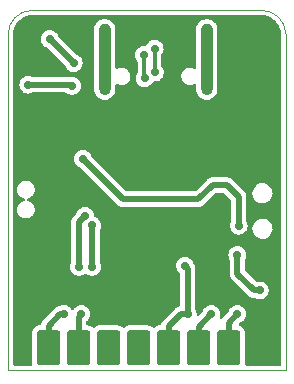
<source format=gbr>
G04 #@! TF.GenerationSoftware,KiCad,Pcbnew,6.0.7+dfsg-1~bpo11+1*
G04 #@! TF.ProjectId,project,70726f6a-6563-4742-9e6b-696361645f70,rev?*
G04 #@! TF.SameCoordinates,Original*
G04 #@! TF.FileFunction,Copper,L2,Bot*
G04 #@! TF.FilePolarity,Positive*
%FSLAX46Y46*%
G04 Gerber Fmt 4.6, Leading zero omitted, Abs format (unit mm)*
%MOMM*%
%LPD*%
G01*
G04 APERTURE LIST*
G04 #@! TA.AperFunction,Profile*
%ADD10C,0.100000*%
G04 #@! TD*
G04 #@! TA.AperFunction,ComponentPad*
%ADD11O,1.000000X2.100000*%
G04 #@! TD*
G04 #@! TA.AperFunction,ComponentPad*
%ADD12O,1.000000X1.600000*%
G04 #@! TD*
G04 #@! TA.AperFunction,ViaPad*
%ADD13C,0.700000*%
G04 #@! TD*
G04 #@! TA.AperFunction,Conductor*
%ADD14C,0.500000*%
G04 #@! TD*
G04 #@! TA.AperFunction,Conductor*
%ADD15C,0.300000*%
G04 #@! TD*
G04 #@! TA.AperFunction,Conductor*
%ADD16C,1.000000*%
G04 #@! TD*
G04 APERTURE END LIST*
D10*
X122250000Y-126475000D02*
X101150000Y-126475000D01*
X123500000Y-98000000D02*
X123500000Y-126475000D01*
X100000000Y-98000000D02*
X100000000Y-126475000D01*
X123500000Y-98000000D02*
G75*
G03*
X121500000Y-96000000I-2000000J0D01*
G01*
X122250000Y-126475000D02*
X123500000Y-126475000D01*
X102000000Y-96000000D02*
X121500000Y-96000000D01*
X101150000Y-126475000D02*
X100000000Y-126475000D01*
X102000000Y-96000000D02*
G75*
G03*
X100000000Y-98000000I0J-2000000D01*
G01*
D11*
X116820000Y-102105000D03*
X108180000Y-102105000D03*
D12*
X108180000Y-97925000D03*
X116820000Y-97925000D03*
G04 #@! TA.AperFunction,ConnectorPad*
G36*
G01*
X104120000Y-126050000D02*
X102720000Y-126050000D01*
G75*
G02*
X102420000Y-125750000I0J300000D01*
G01*
X102420000Y-123350000D01*
G75*
G02*
X102720000Y-123050000I300000J0D01*
G01*
X104120000Y-123050000D01*
G75*
G02*
X104420000Y-123350000I0J-300000D01*
G01*
X104420000Y-125750000D01*
G75*
G02*
X104120000Y-126050000I-300000J0D01*
G01*
G37*
G04 #@! TD.AperFunction*
G04 #@! TA.AperFunction,ConnectorPad*
G36*
G01*
X106660000Y-126050000D02*
X105260000Y-126050000D01*
G75*
G02*
X104960000Y-125750000I0J300000D01*
G01*
X104960000Y-123350000D01*
G75*
G02*
X105260000Y-123050000I300000J0D01*
G01*
X106660000Y-123050000D01*
G75*
G02*
X106960000Y-123350000I0J-300000D01*
G01*
X106960000Y-125750000D01*
G75*
G02*
X106660000Y-126050000I-300000J0D01*
G01*
G37*
G04 #@! TD.AperFunction*
G04 #@! TA.AperFunction,ConnectorPad*
G36*
G01*
X109200000Y-126050000D02*
X107800000Y-126050000D01*
G75*
G02*
X107500000Y-125750000I0J300000D01*
G01*
X107500000Y-123350000D01*
G75*
G02*
X107800000Y-123050000I300000J0D01*
G01*
X109200000Y-123050000D01*
G75*
G02*
X109500000Y-123350000I0J-300000D01*
G01*
X109500000Y-125750000D01*
G75*
G02*
X109200000Y-126050000I-300000J0D01*
G01*
G37*
G04 #@! TD.AperFunction*
G04 #@! TA.AperFunction,ConnectorPad*
G36*
G01*
X111740000Y-126050000D02*
X110340000Y-126050000D01*
G75*
G02*
X110040000Y-125750000I0J300000D01*
G01*
X110040000Y-123350000D01*
G75*
G02*
X110340000Y-123050000I300000J0D01*
G01*
X111740000Y-123050000D01*
G75*
G02*
X112040000Y-123350000I0J-300000D01*
G01*
X112040000Y-125750000D01*
G75*
G02*
X111740000Y-126050000I-300000J0D01*
G01*
G37*
G04 #@! TD.AperFunction*
G04 #@! TA.AperFunction,ConnectorPad*
G36*
G01*
X114280000Y-126050000D02*
X112880000Y-126050000D01*
G75*
G02*
X112580000Y-125750000I0J300000D01*
G01*
X112580000Y-123350000D01*
G75*
G02*
X112880000Y-123050000I300000J0D01*
G01*
X114280000Y-123050000D01*
G75*
G02*
X114580000Y-123350000I0J-300000D01*
G01*
X114580000Y-125750000D01*
G75*
G02*
X114280000Y-126050000I-300000J0D01*
G01*
G37*
G04 #@! TD.AperFunction*
G04 #@! TA.AperFunction,ConnectorPad*
G36*
G01*
X116820000Y-126050000D02*
X115420000Y-126050000D01*
G75*
G02*
X115120000Y-125750000I0J300000D01*
G01*
X115120000Y-123350000D01*
G75*
G02*
X115420000Y-123050000I300000J0D01*
G01*
X116820000Y-123050000D01*
G75*
G02*
X117120000Y-123350000I0J-300000D01*
G01*
X117120000Y-125750000D01*
G75*
G02*
X116820000Y-126050000I-300000J0D01*
G01*
G37*
G04 #@! TD.AperFunction*
G04 #@! TA.AperFunction,ConnectorPad*
G36*
G01*
X119360000Y-126050000D02*
X117960000Y-126050000D01*
G75*
G02*
X117660000Y-125750000I0J300000D01*
G01*
X117660000Y-123350000D01*
G75*
G02*
X117960000Y-123050000I300000J0D01*
G01*
X119360000Y-123050000D01*
G75*
G02*
X119660000Y-123350000I0J-300000D01*
G01*
X119660000Y-125750000D01*
G75*
G02*
X119360000Y-126050000I-300000J0D01*
G01*
G37*
G04 #@! TD.AperFunction*
G04 #@! TA.AperFunction,ConnectorPad*
G36*
G01*
X121900000Y-126050000D02*
X120500000Y-126050000D01*
G75*
G02*
X120200000Y-125750000I0J300000D01*
G01*
X120200000Y-123350000D01*
G75*
G02*
X120500000Y-123050000I300000J0D01*
G01*
X121900000Y-123050000D01*
G75*
G02*
X122200000Y-123350000I0J-300000D01*
G01*
X122200000Y-125750000D01*
G75*
G02*
X121900000Y-126050000I-300000J0D01*
G01*
G37*
G04 #@! TD.AperFunction*
D13*
X109487500Y-119787500D03*
X117900000Y-111800000D03*
X100962500Y-106412500D03*
X105200000Y-98387500D03*
X120420000Y-117780000D03*
X101700000Y-98500000D03*
X117945000Y-108330000D03*
X122700000Y-109125000D03*
X108200000Y-103900000D03*
X121100000Y-106275000D03*
X122000000Y-106275000D03*
X115850000Y-104125000D03*
X120050000Y-100725000D03*
X102200000Y-110000000D03*
X122700000Y-116825000D03*
X114500000Y-106575000D03*
X122100000Y-117700000D03*
X118601472Y-102475000D03*
X109050000Y-103850000D03*
X116950736Y-104125736D03*
X103500000Y-98400000D03*
X105543726Y-100443779D03*
X119512500Y-114212500D03*
X121300000Y-119700000D03*
X106312500Y-108562500D03*
X119400000Y-116700000D03*
X112400000Y-99224500D03*
X112417763Y-101246242D03*
X111500000Y-99774500D03*
X111549216Y-101747850D03*
X104700000Y-121700000D03*
X106200000Y-121700000D03*
X115200000Y-121700000D03*
X114950000Y-117600000D03*
X117200000Y-121700000D03*
X119400000Y-121700000D03*
X107100000Y-114200500D03*
X107100000Y-117700000D03*
X106500000Y-113400000D03*
X106000000Y-117700000D03*
X105400000Y-102375000D03*
X101700000Y-102275000D03*
D14*
X103525000Y-98400000D02*
X105543726Y-100418726D01*
X103500000Y-98400000D02*
X103525000Y-98400000D01*
X105543726Y-100418726D02*
X105543726Y-100443779D01*
X119400000Y-118275000D02*
X119400000Y-116700000D01*
X117300000Y-110775000D02*
X118500000Y-110775000D01*
X121300000Y-119700000D02*
X120825000Y-119700000D01*
X118500000Y-110775000D02*
X119512500Y-111787500D01*
X109725000Y-111975000D02*
X116100000Y-111975000D01*
X120825000Y-119700000D02*
X119400000Y-118275000D01*
X119512500Y-111787500D02*
X119512500Y-114212500D01*
X116100000Y-111975000D02*
X117300000Y-110775000D01*
X106312500Y-108562500D02*
X109725000Y-111975000D01*
D15*
X112400000Y-101228479D02*
X112417763Y-101246242D01*
X112400000Y-99224500D02*
X112400000Y-101228479D01*
X111500000Y-99774500D02*
X111500000Y-101698634D01*
X111500000Y-101698634D02*
X111549216Y-101747850D01*
D14*
X103420000Y-122680000D02*
X103420000Y-124550000D01*
X104700000Y-121700000D02*
X104400000Y-121700000D01*
X104400000Y-121700000D02*
X103420000Y-122680000D01*
X106200000Y-121700000D02*
X105960000Y-121940000D01*
X105960000Y-121940000D02*
X105960000Y-124550000D01*
X113580000Y-122720000D02*
X113580000Y-124550000D01*
X114600000Y-121700000D02*
X113580000Y-122720000D01*
X114950000Y-117600000D02*
X115200000Y-117850000D01*
X115200000Y-117850000D02*
X115200000Y-121700000D01*
X115200000Y-121700000D02*
X114600000Y-121700000D01*
X117200000Y-121700000D02*
X116120000Y-122780000D01*
X116120000Y-122780000D02*
X116120000Y-124550000D01*
X119400000Y-121700000D02*
X118660000Y-122440000D01*
X118660000Y-122440000D02*
X118660000Y-124550000D01*
X107100000Y-114200500D02*
X107100000Y-117700000D01*
X106500000Y-113400000D02*
X106000000Y-113900000D01*
X105300000Y-102275000D02*
X105400000Y-102375000D01*
X106000000Y-113900000D02*
X106000000Y-117700000D01*
X101700000Y-102275000D02*
X105300000Y-102275000D01*
D16*
X108180000Y-102105000D02*
X108180000Y-97925000D01*
X116820000Y-102105000D02*
X116820000Y-97925000D01*
G04 #@! TA.AperFunction,Conductor*
G36*
X121478274Y-96402051D02*
G01*
X121500000Y-96405492D01*
X121509793Y-96403941D01*
X121516150Y-96403941D01*
X121536131Y-96403084D01*
X121698466Y-96414695D01*
X121718642Y-96416138D01*
X121736436Y-96418696D01*
X121941826Y-96463376D01*
X121959074Y-96468440D01*
X122156015Y-96541896D01*
X122172367Y-96549364D01*
X122356847Y-96650097D01*
X122371971Y-96659817D01*
X122540239Y-96785781D01*
X122553825Y-96797554D01*
X122702446Y-96946175D01*
X122714219Y-96959761D01*
X122840183Y-97128029D01*
X122849903Y-97143153D01*
X122950636Y-97327633D01*
X122958104Y-97343985D01*
X123031560Y-97540926D01*
X123036624Y-97558174D01*
X123059784Y-97664639D01*
X123081304Y-97763564D01*
X123083862Y-97781358D01*
X123096916Y-97963869D01*
X123096059Y-97983850D01*
X123096059Y-97990207D01*
X123094508Y-98000000D01*
X123096059Y-98009793D01*
X123097949Y-98021726D01*
X123099500Y-98041436D01*
X123099500Y-125948500D01*
X123079498Y-126016621D01*
X123025842Y-126063114D01*
X122973500Y-126074500D01*
X120163964Y-126074500D01*
X120095843Y-126054498D01*
X120049350Y-126000842D01*
X120039246Y-125930568D01*
X120043729Y-125910822D01*
X120053829Y-125878594D01*
X120060500Y-125805993D01*
X120060499Y-123294008D01*
X120060234Y-123291116D01*
X120054440Y-123228060D01*
X120053829Y-123221406D01*
X120003127Y-123059617D01*
X119915297Y-122914592D01*
X119795408Y-122794703D01*
X119650383Y-122706873D01*
X119643136Y-122704602D01*
X119643134Y-122704601D01*
X119592087Y-122688604D01*
X119533065Y-122649146D01*
X119504745Y-122584043D01*
X119516118Y-122513963D01*
X119540671Y-122479275D01*
X119572333Y-122447613D01*
X119622492Y-122416875D01*
X119705298Y-122389970D01*
X119705301Y-122389969D01*
X119711997Y-122387793D01*
X119856623Y-122301578D01*
X119861717Y-122296727D01*
X119861721Y-122296724D01*
X119973454Y-122190322D01*
X119973455Y-122190320D01*
X119978554Y-122185465D01*
X119982454Y-122179596D01*
X120065496Y-122054607D01*
X120071731Y-122045223D01*
X120080781Y-122021400D01*
X120129019Y-121894409D01*
X120131521Y-121887823D01*
X120154955Y-121721088D01*
X120155249Y-121700000D01*
X120136481Y-121532676D01*
X120081108Y-121373668D01*
X119991884Y-121230879D01*
X119983104Y-121222037D01*
X119878205Y-121116403D01*
X119878201Y-121116400D01*
X119873242Y-121111406D01*
X119858878Y-121102290D01*
X119804602Y-121067846D01*
X119731079Y-121021187D01*
X119572462Y-120964706D01*
X119565474Y-120963873D01*
X119565471Y-120963872D01*
X119472300Y-120952762D01*
X119405273Y-120944769D01*
X119398270Y-120945505D01*
X119398269Y-120945505D01*
X119352712Y-120950293D01*
X119237821Y-120962369D01*
X119231155Y-120964638D01*
X119231152Y-120964639D01*
X119085098Y-121014360D01*
X119085095Y-121014361D01*
X119078431Y-121016630D01*
X119072436Y-121020318D01*
X119072432Y-121020320D01*
X118941021Y-121101165D01*
X118941019Y-121101167D01*
X118935022Y-121104856D01*
X118914011Y-121125432D01*
X118833957Y-121203827D01*
X118814724Y-121222661D01*
X118723515Y-121364190D01*
X118721105Y-121370810D01*
X118721104Y-121370813D01*
X118680220Y-121483140D01*
X118650914Y-121529140D01*
X118257302Y-121922752D01*
X118248685Y-121930593D01*
X118242060Y-121934798D01*
X118236633Y-121940577D01*
X118236632Y-121940578D01*
X118194151Y-121985816D01*
X118191396Y-121988658D01*
X118171089Y-122008965D01*
X118168660Y-122012096D01*
X118168655Y-122012102D01*
X118168442Y-122012377D01*
X118160745Y-122021390D01*
X118129552Y-122054607D01*
X118128446Y-122053568D01*
X118079250Y-122091504D01*
X118008514Y-122097579D01*
X117945722Y-122064448D01*
X117910810Y-122002628D01*
X117915748Y-121929346D01*
X117929019Y-121894409D01*
X117931521Y-121887823D01*
X117954955Y-121721088D01*
X117955249Y-121700000D01*
X117936481Y-121532676D01*
X117881108Y-121373668D01*
X117791884Y-121230879D01*
X117783104Y-121222037D01*
X117678205Y-121116403D01*
X117678201Y-121116400D01*
X117673242Y-121111406D01*
X117658878Y-121102290D01*
X117604602Y-121067846D01*
X117531079Y-121021187D01*
X117372462Y-120964706D01*
X117365474Y-120963873D01*
X117365471Y-120963872D01*
X117272300Y-120952762D01*
X117205273Y-120944769D01*
X117198270Y-120945505D01*
X117198269Y-120945505D01*
X117152712Y-120950293D01*
X117037821Y-120962369D01*
X117031155Y-120964638D01*
X117031152Y-120964639D01*
X116885098Y-121014360D01*
X116885095Y-121014361D01*
X116878431Y-121016630D01*
X116872436Y-121020318D01*
X116872432Y-121020320D01*
X116741021Y-121101165D01*
X116741019Y-121101167D01*
X116735022Y-121104856D01*
X116714011Y-121125432D01*
X116633957Y-121203827D01*
X116614724Y-121222661D01*
X116523515Y-121364190D01*
X116521105Y-121370810D01*
X116521104Y-121370813D01*
X116480220Y-121483140D01*
X116450914Y-121529140D01*
X116170065Y-121809989D01*
X116107753Y-121844015D01*
X116036938Y-121838950D01*
X115980102Y-121796403D01*
X115955291Y-121729883D01*
X115954982Y-121719136D01*
X115955194Y-121703946D01*
X115955249Y-121700000D01*
X115936481Y-121532676D01*
X115881108Y-121373668D01*
X115869646Y-121355325D01*
X115850500Y-121288555D01*
X115850500Y-117930999D01*
X115851049Y-117919359D01*
X115852760Y-117911703D01*
X115850562Y-117841768D01*
X115850500Y-117837811D01*
X115850500Y-117809075D01*
X115849961Y-117804807D01*
X115849028Y-117792964D01*
X115847899Y-117757025D01*
X115847597Y-117747430D01*
X115841722Y-117727208D01*
X115837711Y-117707842D01*
X115836065Y-117694806D01*
X115836064Y-117694801D01*
X115835071Y-117686942D01*
X115818297Y-117644574D01*
X115814458Y-117633361D01*
X115803955Y-117597211D01*
X115801744Y-117589601D01*
X115791019Y-117571466D01*
X115782320Y-117553709D01*
X115777486Y-117541498D01*
X115777485Y-117541496D01*
X115774568Y-117534129D01*
X115747788Y-117497269D01*
X115741272Y-117487349D01*
X115718081Y-117448135D01*
X115703188Y-117433242D01*
X115690348Y-117418210D01*
X115688587Y-117415786D01*
X115684181Y-117409722D01*
X115667127Y-117377099D01*
X115633427Y-117280325D01*
X115633424Y-117280319D01*
X115631108Y-117273668D01*
X115541884Y-117130879D01*
X115533723Y-117122661D01*
X115428205Y-117016403D01*
X115428201Y-117016400D01*
X115423242Y-117011406D01*
X115281079Y-116921187D01*
X115122462Y-116864706D01*
X115115474Y-116863873D01*
X115115471Y-116863872D01*
X115022300Y-116852762D01*
X114955273Y-116844769D01*
X114948270Y-116845505D01*
X114948269Y-116845505D01*
X114905351Y-116850016D01*
X114787821Y-116862369D01*
X114781155Y-116864638D01*
X114781152Y-116864639D01*
X114635098Y-116914360D01*
X114635095Y-116914361D01*
X114628431Y-116916630D01*
X114622436Y-116920318D01*
X114622432Y-116920320D01*
X114491021Y-117001165D01*
X114491019Y-117001167D01*
X114485022Y-117004856D01*
X114466688Y-117022810D01*
X114377731Y-117109924D01*
X114364724Y-117122661D01*
X114273515Y-117264190D01*
X114271105Y-117270810D01*
X114271104Y-117270813D01*
X114251793Y-117323869D01*
X114215927Y-117422409D01*
X114194825Y-117589455D01*
X114195512Y-117596462D01*
X114195512Y-117596465D01*
X114200231Y-117644589D01*
X114211255Y-117757025D01*
X114264402Y-117916791D01*
X114268049Y-117922813D01*
X114268050Y-117922815D01*
X114320917Y-118010108D01*
X114351624Y-118060812D01*
X114468586Y-118181929D01*
X114492493Y-118197574D01*
X114538541Y-118251609D01*
X114549500Y-118303005D01*
X114549500Y-120939625D01*
X114529498Y-121007746D01*
X114475842Y-121054239D01*
X114452230Y-121060955D01*
X114452489Y-121061963D01*
X114444806Y-121063936D01*
X114436942Y-121064929D01*
X114429571Y-121067848D01*
X114429569Y-121067848D01*
X114394580Y-121081702D01*
X114383369Y-121085541D01*
X114339602Y-121098256D01*
X114321470Y-121108979D01*
X114321467Y-121108981D01*
X114303719Y-121117676D01*
X114284129Y-121125432D01*
X114247270Y-121152212D01*
X114237354Y-121158725D01*
X114204958Y-121177883D01*
X114204953Y-121177887D01*
X114198135Y-121181919D01*
X114183242Y-121196812D01*
X114168208Y-121209653D01*
X114151163Y-121222037D01*
X114146110Y-121228145D01*
X114122121Y-121257143D01*
X114114131Y-121265923D01*
X113177302Y-122202752D01*
X113168685Y-122210593D01*
X113162060Y-122214798D01*
X113156633Y-122220577D01*
X113156632Y-122220578D01*
X113114151Y-122265816D01*
X113111396Y-122268658D01*
X113091089Y-122288965D01*
X113088660Y-122292096D01*
X113088655Y-122292102D01*
X113088442Y-122292377D01*
X113080745Y-122301390D01*
X113049552Y-122334607D01*
X113045733Y-122341554D01*
X113039404Y-122353066D01*
X113028550Y-122369590D01*
X113015638Y-122386236D01*
X112998335Y-122426222D01*
X112997546Y-122428045D01*
X112992330Y-122438693D01*
X112970373Y-122478632D01*
X112968402Y-122486311D01*
X112968401Y-122486312D01*
X112965133Y-122499041D01*
X112958727Y-122517750D01*
X112953512Y-122529800D01*
X112953510Y-122529805D01*
X112950365Y-122537074D01*
X112949126Y-122544897D01*
X112946912Y-122552517D01*
X112945214Y-122552024D01*
X112918985Y-122607360D01*
X112858719Y-122644890D01*
X112829749Y-122648845D01*
X112829773Y-122649369D01*
X112826888Y-122649501D01*
X112824008Y-122649501D01*
X112821150Y-122649764D01*
X112821141Y-122649764D01*
X112785757Y-122653015D01*
X112751406Y-122656171D01*
X112745028Y-122658170D01*
X112745027Y-122658170D01*
X112596866Y-122704601D01*
X112596864Y-122704602D01*
X112589617Y-122706873D01*
X112444592Y-122794703D01*
X112399095Y-122840200D01*
X112336783Y-122874226D01*
X112265968Y-122869161D01*
X112220905Y-122840200D01*
X112175408Y-122794703D01*
X112030383Y-122706873D01*
X112023136Y-122704602D01*
X112023134Y-122704601D01*
X111956292Y-122683654D01*
X111868594Y-122656171D01*
X111795993Y-122649500D01*
X111793095Y-122649500D01*
X111038039Y-122649501D01*
X110284008Y-122649501D01*
X110281150Y-122649764D01*
X110281141Y-122649764D01*
X110245757Y-122653015D01*
X110211406Y-122656171D01*
X110205028Y-122658170D01*
X110205027Y-122658170D01*
X110056866Y-122704601D01*
X110056864Y-122704602D01*
X110049617Y-122706873D01*
X109904592Y-122794703D01*
X109859095Y-122840200D01*
X109796783Y-122874226D01*
X109725968Y-122869161D01*
X109680905Y-122840200D01*
X109635408Y-122794703D01*
X109490383Y-122706873D01*
X109483136Y-122704602D01*
X109483134Y-122704601D01*
X109416292Y-122683654D01*
X109328594Y-122656171D01*
X109255993Y-122649500D01*
X109253095Y-122649500D01*
X108498039Y-122649501D01*
X107744008Y-122649501D01*
X107741150Y-122649764D01*
X107741141Y-122649764D01*
X107705757Y-122653015D01*
X107671406Y-122656171D01*
X107665028Y-122658170D01*
X107665027Y-122658170D01*
X107516866Y-122704601D01*
X107516864Y-122704602D01*
X107509617Y-122706873D01*
X107364592Y-122794703D01*
X107319095Y-122840200D01*
X107256783Y-122874226D01*
X107185968Y-122869161D01*
X107140905Y-122840200D01*
X107095408Y-122794703D01*
X106950383Y-122706873D01*
X106943136Y-122704602D01*
X106943134Y-122704601D01*
X106876292Y-122683654D01*
X106788594Y-122656171D01*
X106724971Y-122650325D01*
X106658966Y-122624174D01*
X106617578Y-122566490D01*
X106610500Y-122524854D01*
X106610500Y-122398149D01*
X106630502Y-122330028D01*
X106656719Y-122301679D01*
X106656623Y-122301578D01*
X106658215Y-122300062D01*
X106747751Y-122214798D01*
X106773454Y-122190322D01*
X106773455Y-122190320D01*
X106778554Y-122185465D01*
X106782454Y-122179596D01*
X106865496Y-122054607D01*
X106871731Y-122045223D01*
X106880781Y-122021400D01*
X106929019Y-121894409D01*
X106931521Y-121887823D01*
X106954955Y-121721088D01*
X106955249Y-121700000D01*
X106936481Y-121532676D01*
X106881108Y-121373668D01*
X106791884Y-121230879D01*
X106783104Y-121222037D01*
X106678205Y-121116403D01*
X106678201Y-121116400D01*
X106673242Y-121111406D01*
X106658878Y-121102290D01*
X106604602Y-121067846D01*
X106531079Y-121021187D01*
X106372462Y-120964706D01*
X106365474Y-120963873D01*
X106365471Y-120963872D01*
X106272300Y-120952762D01*
X106205273Y-120944769D01*
X106198270Y-120945505D01*
X106198269Y-120945505D01*
X106152712Y-120950293D01*
X106037821Y-120962369D01*
X106031155Y-120964638D01*
X106031152Y-120964639D01*
X105885098Y-121014360D01*
X105885095Y-121014361D01*
X105878431Y-121016630D01*
X105872436Y-121020318D01*
X105872432Y-121020320D01*
X105741021Y-121101165D01*
X105741019Y-121101167D01*
X105735022Y-121104856D01*
X105714011Y-121125432D01*
X105633957Y-121203827D01*
X105614724Y-121222661D01*
X105610908Y-121228583D01*
X105555759Y-121314157D01*
X105502045Y-121360582D01*
X105431758Y-121370597D01*
X105367215Y-121341022D01*
X105342994Y-121312672D01*
X105295617Y-121236853D01*
X105291884Y-121230879D01*
X105283104Y-121222037D01*
X105178205Y-121116403D01*
X105178201Y-121116400D01*
X105173242Y-121111406D01*
X105158878Y-121102290D01*
X105104602Y-121067846D01*
X105031079Y-121021187D01*
X104872462Y-120964706D01*
X104865474Y-120963873D01*
X104865471Y-120963872D01*
X104772300Y-120952762D01*
X104705273Y-120944769D01*
X104698270Y-120945505D01*
X104698269Y-120945505D01*
X104652712Y-120950293D01*
X104537821Y-120962369D01*
X104531155Y-120964638D01*
X104531152Y-120964639D01*
X104385098Y-121014360D01*
X104385095Y-121014361D01*
X104378431Y-121016630D01*
X104372430Y-121020322D01*
X104347449Y-121035690D01*
X104302719Y-121052237D01*
X104297430Y-121052403D01*
X104280523Y-121057315D01*
X104277208Y-121058278D01*
X104257844Y-121062289D01*
X104255665Y-121062564D01*
X104244806Y-121063935D01*
X104244801Y-121063936D01*
X104236942Y-121064929D01*
X104194577Y-121081702D01*
X104183361Y-121085542D01*
X104147211Y-121096045D01*
X104139601Y-121098256D01*
X104121466Y-121108981D01*
X104103712Y-121117678D01*
X104098083Y-121119907D01*
X104091498Y-121122514D01*
X104091496Y-121122515D01*
X104084129Y-121125432D01*
X104055633Y-121146135D01*
X104047269Y-121152212D01*
X104037354Y-121158725D01*
X103998135Y-121181919D01*
X103983242Y-121196812D01*
X103968208Y-121209653D01*
X103951163Y-121222037D01*
X103946110Y-121228145D01*
X103922121Y-121257143D01*
X103914131Y-121265923D01*
X103017302Y-122162752D01*
X103008685Y-122170593D01*
X103002060Y-122174798D01*
X102996633Y-122180577D01*
X102996632Y-122180578D01*
X102954151Y-122225816D01*
X102951408Y-122228646D01*
X102931089Y-122248965D01*
X102928660Y-122252096D01*
X102928655Y-122252102D01*
X102928442Y-122252377D01*
X102920745Y-122261390D01*
X102889552Y-122294607D01*
X102885733Y-122301554D01*
X102879404Y-122313066D01*
X102868550Y-122329590D01*
X102860496Y-122339973D01*
X102855638Y-122346236D01*
X102838329Y-122386236D01*
X102837546Y-122388045D01*
X102832330Y-122398693D01*
X102810373Y-122438632D01*
X102808402Y-122446311D01*
X102808401Y-122446312D01*
X102805133Y-122459041D01*
X102798727Y-122477750D01*
X102793512Y-122489800D01*
X102793510Y-122489805D01*
X102790365Y-122497074D01*
X102783856Y-122538169D01*
X102783239Y-122542065D01*
X102780836Y-122553670D01*
X102780476Y-122555073D01*
X102744171Y-122616085D01*
X102680644Y-122647783D01*
X102665301Y-122649501D01*
X102664008Y-122649501D01*
X102591406Y-122656171D01*
X102585028Y-122658170D01*
X102585027Y-122658170D01*
X102436866Y-122704601D01*
X102436864Y-122704602D01*
X102429617Y-122706873D01*
X102284592Y-122794703D01*
X102164703Y-122914592D01*
X102076873Y-123059617D01*
X102026171Y-123221406D01*
X102019500Y-123294007D01*
X102019501Y-125805992D01*
X102019764Y-125808850D01*
X102019764Y-125808859D01*
X102023015Y-125844243D01*
X102026171Y-125878594D01*
X102036271Y-125910822D01*
X102037554Y-125981807D01*
X102000256Y-126042217D01*
X101936219Y-126072873D01*
X101916036Y-126074500D01*
X100526500Y-126074500D01*
X100458379Y-126054498D01*
X100411886Y-126000842D01*
X100400500Y-125948500D01*
X100400500Y-117689455D01*
X105244825Y-117689455D01*
X105245512Y-117696462D01*
X105245512Y-117696465D01*
X105250509Y-117747430D01*
X105261255Y-117857025D01*
X105314402Y-118016791D01*
X105401624Y-118160812D01*
X105406513Y-118165875D01*
X105406514Y-118165876D01*
X105459959Y-118221219D01*
X105518586Y-118281929D01*
X105524483Y-118285788D01*
X105653577Y-118370266D01*
X105653581Y-118370268D01*
X105659475Y-118374125D01*
X105817289Y-118432815D01*
X105824270Y-118433746D01*
X105824272Y-118433747D01*
X105869812Y-118439823D01*
X105984183Y-118455083D01*
X105991194Y-118454445D01*
X105991198Y-118454445D01*
X106144843Y-118440462D01*
X106151864Y-118439823D01*
X106158566Y-118437645D01*
X106158568Y-118437645D01*
X106305298Y-118389970D01*
X106305301Y-118389969D01*
X106311997Y-118387793D01*
X106456623Y-118301578D01*
X106462516Y-118295966D01*
X106463146Y-118295642D01*
X106467335Y-118292462D01*
X106467894Y-118293198D01*
X106525640Y-118263472D01*
X106596311Y-118270264D01*
X106617853Y-118283050D01*
X106618586Y-118281929D01*
X106753577Y-118370266D01*
X106753581Y-118370268D01*
X106759475Y-118374125D01*
X106917289Y-118432815D01*
X106924270Y-118433746D01*
X106924272Y-118433747D01*
X106969812Y-118439823D01*
X107084183Y-118455083D01*
X107091194Y-118454445D01*
X107091198Y-118454445D01*
X107244843Y-118440462D01*
X107251864Y-118439823D01*
X107258566Y-118437645D01*
X107258568Y-118437645D01*
X107405298Y-118389970D01*
X107405301Y-118389969D01*
X107411997Y-118387793D01*
X107556623Y-118301578D01*
X107561717Y-118296727D01*
X107561721Y-118296724D01*
X107673454Y-118190322D01*
X107673455Y-118190320D01*
X107678554Y-118185465D01*
X107694934Y-118160812D01*
X107758009Y-118065876D01*
X107771731Y-118045223D01*
X107831521Y-117887823D01*
X107854955Y-117721088D01*
X107855249Y-117700000D01*
X107849034Y-117644589D01*
X107837266Y-117539672D01*
X107837265Y-117539669D01*
X107836481Y-117532676D01*
X107781108Y-117373668D01*
X107769646Y-117355325D01*
X107750500Y-117288555D01*
X107750500Y-116689455D01*
X118644825Y-116689455D01*
X118645512Y-116696462D01*
X118645512Y-116696465D01*
X118648311Y-116725010D01*
X118661255Y-116857025D01*
X118714402Y-117016791D01*
X118731277Y-117044655D01*
X118749500Y-117109924D01*
X118749500Y-118194000D01*
X118748951Y-118205640D01*
X118747240Y-118213296D01*
X118747489Y-118221219D01*
X118749438Y-118283230D01*
X118749500Y-118287188D01*
X118749500Y-118315925D01*
X118749995Y-118319842D01*
X118750039Y-118320191D01*
X118750971Y-118332024D01*
X118752403Y-118377569D01*
X118754615Y-118385183D01*
X118754616Y-118385188D01*
X118758278Y-118397792D01*
X118762289Y-118417156D01*
X118764929Y-118438058D01*
X118767848Y-118445429D01*
X118767848Y-118445431D01*
X118781702Y-118480420D01*
X118785541Y-118491631D01*
X118798256Y-118535398D01*
X118808981Y-118553533D01*
X118817676Y-118571281D01*
X118825432Y-118590871D01*
X118852218Y-118627738D01*
X118858725Y-118637646D01*
X118877883Y-118670042D01*
X118877887Y-118670047D01*
X118881919Y-118676865D01*
X118896812Y-118691758D01*
X118909653Y-118706792D01*
X118922037Y-118723837D01*
X118928145Y-118728890D01*
X118957143Y-118752879D01*
X118965923Y-118760869D01*
X120307752Y-120102698D01*
X120315593Y-120111315D01*
X120319798Y-120117940D01*
X120325577Y-120123367D01*
X120325578Y-120123368D01*
X120370816Y-120165849D01*
X120373658Y-120168604D01*
X120393965Y-120188911D01*
X120397096Y-120191340D01*
X120397102Y-120191345D01*
X120397377Y-120191558D01*
X120406390Y-120199255D01*
X120439607Y-120230448D01*
X120446554Y-120234267D01*
X120458066Y-120240596D01*
X120474590Y-120251450D01*
X120491236Y-120264362D01*
X120525681Y-120279268D01*
X120533041Y-120282453D01*
X120543700Y-120287675D01*
X120576686Y-120305809D01*
X120576690Y-120305810D01*
X120583632Y-120309627D01*
X120591305Y-120311597D01*
X120591307Y-120311598D01*
X120604036Y-120314866D01*
X120622740Y-120321270D01*
X120634793Y-120326486D01*
X120634802Y-120326489D01*
X120642073Y-120329635D01*
X120649901Y-120330875D01*
X120649902Y-120330875D01*
X120687067Y-120336761D01*
X120698693Y-120339169D01*
X120735146Y-120348529D01*
X120735147Y-120348529D01*
X120742823Y-120350500D01*
X120763890Y-120350500D01*
X120783602Y-120352051D01*
X120804405Y-120355346D01*
X120812297Y-120354600D01*
X120849756Y-120351059D01*
X120861614Y-120350500D01*
X120885810Y-120350500D01*
X120946529Y-120368603D01*
X120947292Y-120367092D01*
X120953588Y-120370272D01*
X120959475Y-120374125D01*
X120966067Y-120376577D01*
X120966070Y-120376578D01*
X120996227Y-120387793D01*
X121117289Y-120432815D01*
X121124270Y-120433746D01*
X121124272Y-120433747D01*
X121169812Y-120439823D01*
X121284183Y-120455083D01*
X121291194Y-120454445D01*
X121291198Y-120454445D01*
X121444843Y-120440462D01*
X121451864Y-120439823D01*
X121458566Y-120437645D01*
X121458568Y-120437645D01*
X121605298Y-120389970D01*
X121605301Y-120389969D01*
X121611997Y-120387793D01*
X121756623Y-120301578D01*
X121761717Y-120296727D01*
X121761721Y-120296724D01*
X121873454Y-120190322D01*
X121873455Y-120190320D01*
X121878554Y-120185465D01*
X121889757Y-120168604D01*
X121929229Y-120109193D01*
X121971731Y-120045223D01*
X122031521Y-119887823D01*
X122054955Y-119721088D01*
X122055249Y-119700000D01*
X122036481Y-119532676D01*
X121981108Y-119373668D01*
X121891884Y-119230879D01*
X121886920Y-119225880D01*
X121778205Y-119116403D01*
X121778201Y-119116400D01*
X121773242Y-119111406D01*
X121631079Y-119021187D01*
X121472462Y-118964706D01*
X121465474Y-118963873D01*
X121465471Y-118963872D01*
X121372300Y-118952762D01*
X121305273Y-118944769D01*
X121298270Y-118945505D01*
X121298269Y-118945505D01*
X121252712Y-118950293D01*
X121137821Y-118962369D01*
X121131152Y-118964639D01*
X121131149Y-118964640D01*
X121114702Y-118970239D01*
X121043770Y-118973257D01*
X120985002Y-118940056D01*
X120087405Y-118042459D01*
X120053379Y-117980147D01*
X120050500Y-117953364D01*
X120050500Y-117115220D01*
X120067538Y-117058862D01*
X120064612Y-117057359D01*
X120067836Y-117051085D01*
X120071731Y-117045223D01*
X120085193Y-117009785D01*
X120120578Y-116916630D01*
X120131521Y-116887823D01*
X120154955Y-116721088D01*
X120155249Y-116700000D01*
X120136481Y-116532676D01*
X120081108Y-116373668D01*
X119991884Y-116230879D01*
X119983723Y-116222661D01*
X119878205Y-116116403D01*
X119878201Y-116116400D01*
X119873242Y-116111406D01*
X119731079Y-116021187D01*
X119572462Y-115964706D01*
X119565474Y-115963873D01*
X119565471Y-115963872D01*
X119472300Y-115952762D01*
X119405273Y-115944769D01*
X119398270Y-115945505D01*
X119398269Y-115945505D01*
X119352712Y-115950293D01*
X119237821Y-115962369D01*
X119231155Y-115964638D01*
X119231152Y-115964639D01*
X119085098Y-116014360D01*
X119085095Y-116014361D01*
X119078431Y-116016630D01*
X119072436Y-116020318D01*
X119072432Y-116020320D01*
X118941021Y-116101165D01*
X118941019Y-116101167D01*
X118935022Y-116104856D01*
X118814724Y-116222661D01*
X118723515Y-116364190D01*
X118665927Y-116522409D01*
X118644825Y-116689455D01*
X107750500Y-116689455D01*
X107750500Y-114615720D01*
X107767538Y-114559362D01*
X107764612Y-114557859D01*
X107767836Y-114551585D01*
X107771731Y-114545723D01*
X107780512Y-114522608D01*
X107824461Y-114406909D01*
X107831521Y-114388323D01*
X107852717Y-114237510D01*
X107854404Y-114225510D01*
X107854404Y-114225506D01*
X107854955Y-114221588D01*
X107855249Y-114200500D01*
X107854809Y-114196577D01*
X107837266Y-114040172D01*
X107837265Y-114040169D01*
X107836481Y-114033176D01*
X107781108Y-113874168D01*
X107691884Y-113731379D01*
X107685448Y-113724898D01*
X107578205Y-113616903D01*
X107578201Y-113616900D01*
X107573242Y-113611906D01*
X107554600Y-113600075D01*
X107475047Y-113549590D01*
X107431079Y-113521687D01*
X107336323Y-113487946D01*
X107278859Y-113446252D01*
X107253375Y-113383292D01*
X107237266Y-113239672D01*
X107237265Y-113239669D01*
X107236481Y-113232676D01*
X107181108Y-113073668D01*
X107091884Y-112930879D01*
X107083723Y-112922661D01*
X106978205Y-112816403D01*
X106978201Y-112816400D01*
X106973242Y-112811406D01*
X106958295Y-112801920D01*
X106917953Y-112776319D01*
X106831079Y-112721187D01*
X106672462Y-112664706D01*
X106665474Y-112663873D01*
X106665471Y-112663872D01*
X106572300Y-112652762D01*
X106505273Y-112644769D01*
X106498270Y-112645505D01*
X106498269Y-112645505D01*
X106452712Y-112650293D01*
X106337821Y-112662369D01*
X106331155Y-112664638D01*
X106331152Y-112664639D01*
X106185098Y-112714360D01*
X106185095Y-112714361D01*
X106178431Y-112716630D01*
X106172436Y-112720318D01*
X106172432Y-112720320D01*
X106041021Y-112801165D01*
X106041019Y-112801167D01*
X106035022Y-112804856D01*
X105914724Y-112922661D01*
X105910908Y-112928583D01*
X105828713Y-113056125D01*
X105823515Y-113064190D01*
X105821105Y-113070810D01*
X105821104Y-113070813D01*
X105780220Y-113183140D01*
X105750914Y-113229140D01*
X105597302Y-113382752D01*
X105588685Y-113390593D01*
X105582060Y-113394798D01*
X105576633Y-113400577D01*
X105576632Y-113400578D01*
X105534151Y-113445816D01*
X105531396Y-113448658D01*
X105511089Y-113468965D01*
X105508660Y-113472096D01*
X105508655Y-113472102D01*
X105508442Y-113472377D01*
X105500745Y-113481390D01*
X105469552Y-113514607D01*
X105465733Y-113521554D01*
X105459404Y-113533066D01*
X105448550Y-113549590D01*
X105435638Y-113566236D01*
X105420995Y-113600075D01*
X105417546Y-113608045D01*
X105412330Y-113618693D01*
X105390373Y-113658632D01*
X105388402Y-113666311D01*
X105388401Y-113666312D01*
X105385133Y-113679041D01*
X105378727Y-113697750D01*
X105373512Y-113709800D01*
X105373510Y-113709805D01*
X105370365Y-113717074D01*
X105369126Y-113724898D01*
X105363239Y-113762065D01*
X105360831Y-113773690D01*
X105351472Y-113810140D01*
X105351471Y-113810145D01*
X105349500Y-113817823D01*
X105349500Y-113838884D01*
X105347949Y-113858596D01*
X105344653Y-113879405D01*
X105345399Y-113887296D01*
X105348941Y-113924765D01*
X105349500Y-113936623D01*
X105349500Y-117286785D01*
X105330337Y-117351894D01*
X105330464Y-117351957D01*
X105330105Y-117352680D01*
X105329410Y-117355042D01*
X105323515Y-117364190D01*
X105265927Y-117522409D01*
X105244825Y-117689455D01*
X100400500Y-117689455D01*
X100400500Y-112890862D01*
X100745497Y-112890862D01*
X100746737Y-112898078D01*
X100746737Y-112898080D01*
X100773894Y-113056125D01*
X100775134Y-113063340D01*
X100843654Y-113224373D01*
X100947383Y-113365324D01*
X100952961Y-113370063D01*
X100952964Y-113370066D01*
X101075176Y-113473893D01*
X101075180Y-113473896D01*
X101080755Y-113478632D01*
X101160441Y-113519322D01*
X101177687Y-113528128D01*
X101236616Y-113558219D01*
X101243721Y-113559958D01*
X101243725Y-113559959D01*
X101324858Y-113579811D01*
X101406606Y-113599815D01*
X101412206Y-113600162D01*
X101412210Y-113600163D01*
X101415709Y-113600380D01*
X101415718Y-113600380D01*
X101417648Y-113600500D01*
X101543822Y-113600500D01*
X101635369Y-113589827D01*
X101666556Y-113586191D01*
X101666558Y-113586191D01*
X101673828Y-113585343D01*
X101680705Y-113582847D01*
X101680708Y-113582846D01*
X101831452Y-113528128D01*
X101838331Y-113525631D01*
X101984685Y-113429677D01*
X102105040Y-113302628D01*
X102192939Y-113151298D01*
X102243667Y-112983807D01*
X102254503Y-112809138D01*
X102239788Y-112723498D01*
X102226106Y-112643875D01*
X102226105Y-112643873D01*
X102224866Y-112636660D01*
X102173352Y-112515594D01*
X102159211Y-112482360D01*
X102159211Y-112482359D01*
X102156346Y-112475627D01*
X102052617Y-112334676D01*
X102047039Y-112329937D01*
X102047036Y-112329934D01*
X101924824Y-112226107D01*
X101924820Y-112226104D01*
X101919245Y-112221368D01*
X101835062Y-112178382D01*
X101769900Y-112145108D01*
X101769898Y-112145107D01*
X101763384Y-112141781D01*
X101756279Y-112140042D01*
X101756275Y-112140041D01*
X101707674Y-112128149D01*
X101691993Y-112124312D01*
X101630579Y-112088692D01*
X101598171Y-112025524D01*
X101605060Y-111954862D01*
X101649057Y-111899142D01*
X101678949Y-111883484D01*
X101752898Y-111856642D01*
X101838331Y-111825631D01*
X101984685Y-111729677D01*
X102105040Y-111602628D01*
X102192939Y-111451298D01*
X102243667Y-111283807D01*
X102254503Y-111109138D01*
X102248356Y-111073360D01*
X102226106Y-110943875D01*
X102226105Y-110943873D01*
X102224866Y-110936660D01*
X102156346Y-110775627D01*
X102052617Y-110634676D01*
X102047039Y-110629937D01*
X102047036Y-110629934D01*
X101924824Y-110526107D01*
X101924820Y-110526104D01*
X101919245Y-110521368D01*
X101835062Y-110478382D01*
X101769900Y-110445108D01*
X101769898Y-110445107D01*
X101763384Y-110441781D01*
X101756279Y-110440042D01*
X101756275Y-110440041D01*
X101662741Y-110417154D01*
X101593394Y-110400185D01*
X101587794Y-110399838D01*
X101587790Y-110399837D01*
X101584291Y-110399620D01*
X101584282Y-110399620D01*
X101582352Y-110399500D01*
X101456178Y-110399500D01*
X101364631Y-110410173D01*
X101333444Y-110413809D01*
X101333442Y-110413809D01*
X101326172Y-110414657D01*
X101319295Y-110417153D01*
X101319292Y-110417154D01*
X101242281Y-110445108D01*
X101161669Y-110474369D01*
X101015315Y-110570323D01*
X100894960Y-110697372D01*
X100807061Y-110848702D01*
X100756333Y-111016193D01*
X100745497Y-111190862D01*
X100746737Y-111198078D01*
X100746737Y-111198080D01*
X100773894Y-111356125D01*
X100775134Y-111363340D01*
X100843654Y-111524373D01*
X100947383Y-111665324D01*
X100952961Y-111670063D01*
X100952964Y-111670066D01*
X101075176Y-111773893D01*
X101075180Y-111773896D01*
X101080755Y-111778632D01*
X101114719Y-111795975D01*
X101172797Y-111825631D01*
X101236616Y-111858219D01*
X101243721Y-111859958D01*
X101243725Y-111859959D01*
X101292326Y-111871851D01*
X101308007Y-111875688D01*
X101369421Y-111911308D01*
X101401829Y-111974476D01*
X101394940Y-112045138D01*
X101350943Y-112100858D01*
X101321052Y-112116515D01*
X101161669Y-112174369D01*
X101015315Y-112270323D01*
X100894960Y-112397372D01*
X100807061Y-112548702D01*
X100756333Y-112716193D01*
X100745497Y-112890862D01*
X100400500Y-112890862D01*
X100400500Y-108551955D01*
X105557325Y-108551955D01*
X105573755Y-108719525D01*
X105626902Y-108879291D01*
X105714124Y-109023312D01*
X105831086Y-109144429D01*
X105836983Y-109148288D01*
X105966077Y-109232766D01*
X105966081Y-109232768D01*
X105971975Y-109236625D01*
X105978579Y-109239081D01*
X106097005Y-109283123D01*
X106142180Y-109312126D01*
X109207743Y-112377688D01*
X109215593Y-112386315D01*
X109219798Y-112392940D01*
X109225575Y-112398365D01*
X109270832Y-112440864D01*
X109273674Y-112443619D01*
X109293966Y-112463911D01*
X109297372Y-112466553D01*
X109306392Y-112474257D01*
X109339607Y-112505448D01*
X109358070Y-112515598D01*
X109374593Y-112526452D01*
X109384975Y-112534506D01*
X109384977Y-112534507D01*
X109391237Y-112539363D01*
X109432741Y-112557323D01*
X109433046Y-112557455D01*
X109443706Y-112562677D01*
X109483632Y-112584627D01*
X109504037Y-112589866D01*
X109522742Y-112596270D01*
X109542074Y-112604636D01*
X109549900Y-112605876D01*
X109549905Y-112605877D01*
X109587076Y-112611765D01*
X109598696Y-112614171D01*
X109631516Y-112622597D01*
X109642823Y-112625500D01*
X109663884Y-112625500D01*
X109683595Y-112627051D01*
X109696576Y-112629107D01*
X109704405Y-112630347D01*
X109712296Y-112629601D01*
X109749765Y-112626059D01*
X109761623Y-112625500D01*
X116019000Y-112625500D01*
X116030640Y-112626049D01*
X116038296Y-112627760D01*
X116046219Y-112627511D01*
X116108230Y-112625562D01*
X116112188Y-112625500D01*
X116140925Y-112625500D01*
X116145196Y-112624961D01*
X116157024Y-112624029D01*
X116202569Y-112622597D01*
X116210183Y-112620385D01*
X116210188Y-112620384D01*
X116222792Y-112616722D01*
X116242156Y-112612711D01*
X116263058Y-112610071D01*
X116270429Y-112607152D01*
X116270431Y-112607152D01*
X116305420Y-112593298D01*
X116316631Y-112589459D01*
X116360398Y-112576744D01*
X116378536Y-112566018D01*
X116396281Y-112557324D01*
X116415871Y-112549568D01*
X116452738Y-112522782D01*
X116462646Y-112516275D01*
X116495042Y-112497117D01*
X116495047Y-112497113D01*
X116501865Y-112493081D01*
X116516758Y-112478188D01*
X116531792Y-112465347D01*
X116542423Y-112457623D01*
X116548837Y-112452963D01*
X116577880Y-112417856D01*
X116585869Y-112409077D01*
X117532541Y-111462405D01*
X117594853Y-111428379D01*
X117621636Y-111425500D01*
X118178364Y-111425500D01*
X118246485Y-111445502D01*
X118267459Y-111462405D01*
X118825095Y-112020041D01*
X118859121Y-112082353D01*
X118862000Y-112109136D01*
X118862000Y-113799285D01*
X118842837Y-113864394D01*
X118842964Y-113864457D01*
X118842605Y-113865180D01*
X118841910Y-113867542D01*
X118839833Y-113870765D01*
X118836015Y-113876690D01*
X118778427Y-114034909D01*
X118757325Y-114201955D01*
X118758012Y-114208962D01*
X118758012Y-114208965D01*
X118760811Y-114237510D01*
X118773755Y-114369525D01*
X118826902Y-114529291D01*
X118830549Y-114535313D01*
X118830550Y-114535315D01*
X118876860Y-114611781D01*
X118914124Y-114673312D01*
X118919013Y-114678375D01*
X118919014Y-114678376D01*
X118944788Y-114705065D01*
X119031086Y-114794429D01*
X119036983Y-114798288D01*
X119166077Y-114882766D01*
X119166081Y-114882768D01*
X119171975Y-114886625D01*
X119329789Y-114945315D01*
X119336770Y-114946246D01*
X119336772Y-114946247D01*
X119382312Y-114952323D01*
X119496683Y-114967583D01*
X119503694Y-114966945D01*
X119503698Y-114966945D01*
X119657343Y-114952962D01*
X119664364Y-114952323D01*
X119671066Y-114950145D01*
X119671068Y-114950145D01*
X119817798Y-114902470D01*
X119817801Y-114902469D01*
X119824497Y-114900293D01*
X119969123Y-114814078D01*
X119974217Y-114809227D01*
X119974221Y-114809224D01*
X120085954Y-114702822D01*
X120085955Y-114702820D01*
X120091054Y-114697965D01*
X120107434Y-114673312D01*
X120180336Y-114563585D01*
X120184231Y-114557723D01*
X120233795Y-114427244D01*
X120675819Y-114427244D01*
X120676176Y-114434061D01*
X120676176Y-114434065D01*
X120681683Y-114539142D01*
X120685490Y-114611781D01*
X120687301Y-114618354D01*
X120687301Y-114618357D01*
X120712930Y-114711402D01*
X120734562Y-114789936D01*
X120820746Y-114953398D01*
X120940020Y-115094540D01*
X120945444Y-115098687D01*
X120945445Y-115098688D01*
X121081399Y-115202633D01*
X121081403Y-115202636D01*
X121086820Y-115206777D01*
X121093000Y-115209659D01*
X121093002Y-115209660D01*
X121248120Y-115281993D01*
X121248123Y-115281994D01*
X121254297Y-115284873D01*
X121260942Y-115286358D01*
X121260947Y-115286360D01*
X121369207Y-115310558D01*
X121434637Y-115325183D01*
X121440307Y-115325500D01*
X121576164Y-115325500D01*
X121713709Y-115310558D01*
X121888848Y-115251617D01*
X122047244Y-115156443D01*
X122108318Y-115098688D01*
X122176549Y-115034165D01*
X122176551Y-115034163D01*
X122181507Y-115029476D01*
X122285375Y-114876640D01*
X122287910Y-114870303D01*
X122351466Y-114711402D01*
X122351467Y-114711397D01*
X122354000Y-114705065D01*
X122378370Y-114557859D01*
X122383066Y-114529494D01*
X122383066Y-114529490D01*
X122384181Y-114522756D01*
X122378823Y-114420506D01*
X122374867Y-114345032D01*
X122374510Y-114338219D01*
X122348816Y-114244935D01*
X122327251Y-114166646D01*
X122325438Y-114160064D01*
X122239254Y-113996602D01*
X122119980Y-113855460D01*
X122114555Y-113851312D01*
X121978601Y-113747367D01*
X121978597Y-113747364D01*
X121973180Y-113743223D01*
X121967000Y-113740341D01*
X121966998Y-113740340D01*
X121811880Y-113668007D01*
X121811877Y-113668006D01*
X121805703Y-113665127D01*
X121799058Y-113663642D01*
X121799053Y-113663640D01*
X121659129Y-113632365D01*
X121625363Y-113624817D01*
X121619693Y-113624500D01*
X121483836Y-113624500D01*
X121346291Y-113639442D01*
X121171152Y-113698383D01*
X121012756Y-113793557D01*
X121007796Y-113798248D01*
X121007794Y-113798249D01*
X120907787Y-113892822D01*
X120878493Y-113920524D01*
X120774625Y-114073360D01*
X120772092Y-114079694D01*
X120772090Y-114079697D01*
X120708534Y-114238598D01*
X120708533Y-114238603D01*
X120706000Y-114244935D01*
X120704886Y-114251667D01*
X120680276Y-114400323D01*
X120675819Y-114427244D01*
X120233795Y-114427244D01*
X120244021Y-114400323D01*
X120267455Y-114233588D01*
X120267749Y-114212500D01*
X120262606Y-114166646D01*
X120249766Y-114052172D01*
X120249765Y-114052169D01*
X120248981Y-114045176D01*
X120193608Y-113886168D01*
X120182146Y-113867825D01*
X120163000Y-113801055D01*
X120163000Y-111868499D01*
X120163549Y-111856859D01*
X120165260Y-111849203D01*
X120163062Y-111779268D01*
X120163000Y-111775311D01*
X120163000Y-111746575D01*
X120162461Y-111742307D01*
X120161528Y-111730464D01*
X120161504Y-111729677D01*
X120160097Y-111684930D01*
X120154222Y-111664708D01*
X120150211Y-111645342D01*
X120148565Y-111632306D01*
X120148564Y-111632301D01*
X120147571Y-111624442D01*
X120130797Y-111582074D01*
X120126958Y-111570861D01*
X120116455Y-111534711D01*
X120114244Y-111527101D01*
X120103519Y-111508966D01*
X120094820Y-111491209D01*
X120089986Y-111478998D01*
X120089985Y-111478996D01*
X120087068Y-111471629D01*
X120060288Y-111434769D01*
X120055345Y-111427244D01*
X120675819Y-111427244D01*
X120676176Y-111434061D01*
X120676176Y-111434065D01*
X120683644Y-111576558D01*
X120685490Y-111611781D01*
X120687301Y-111618354D01*
X120687301Y-111618357D01*
X120722618Y-111746575D01*
X120734562Y-111789936D01*
X120820746Y-111953398D01*
X120940020Y-112094540D01*
X120945444Y-112098687D01*
X120945445Y-112098688D01*
X121081399Y-112202633D01*
X121081403Y-112202636D01*
X121086820Y-112206777D01*
X121093000Y-112209659D01*
X121093002Y-112209660D01*
X121248120Y-112281993D01*
X121248123Y-112281994D01*
X121254297Y-112284873D01*
X121260942Y-112286358D01*
X121260947Y-112286360D01*
X121369207Y-112310558D01*
X121434637Y-112325183D01*
X121440307Y-112325500D01*
X121576164Y-112325500D01*
X121713709Y-112310558D01*
X121888848Y-112251617D01*
X122047244Y-112156443D01*
X122052206Y-112151751D01*
X122176549Y-112034165D01*
X122176551Y-112034163D01*
X122181507Y-112029476D01*
X122285375Y-111876640D01*
X122287910Y-111870303D01*
X122351466Y-111711402D01*
X122351467Y-111711397D01*
X122354000Y-111705065D01*
X122375274Y-111576558D01*
X122383066Y-111529494D01*
X122383066Y-111529490D01*
X122384181Y-111522756D01*
X122381019Y-111462405D01*
X122374867Y-111345032D01*
X122374510Y-111338219D01*
X122359523Y-111283807D01*
X122327251Y-111166646D01*
X122325438Y-111160064D01*
X122239254Y-110996602D01*
X122119980Y-110855460D01*
X122102862Y-110842372D01*
X121978601Y-110747367D01*
X121978597Y-110747364D01*
X121973180Y-110743223D01*
X121967000Y-110740341D01*
X121966998Y-110740340D01*
X121811880Y-110668007D01*
X121811877Y-110668006D01*
X121805703Y-110665127D01*
X121799058Y-110663642D01*
X121799053Y-110663640D01*
X121659129Y-110632365D01*
X121625363Y-110624817D01*
X121619693Y-110624500D01*
X121483836Y-110624500D01*
X121346291Y-110639442D01*
X121171152Y-110698383D01*
X121012756Y-110793557D01*
X121007796Y-110798248D01*
X121007794Y-110798249D01*
X120947296Y-110855460D01*
X120878493Y-110920524D01*
X120774625Y-111073360D01*
X120772092Y-111079694D01*
X120772090Y-111079697D01*
X120708534Y-111238598D01*
X120708533Y-111238603D01*
X120706000Y-111244935D01*
X120695918Y-111305837D01*
X120681578Y-111392459D01*
X120675819Y-111427244D01*
X120055345Y-111427244D01*
X120053772Y-111424849D01*
X120030581Y-111385635D01*
X120015688Y-111370742D01*
X120002847Y-111355708D01*
X119995123Y-111345077D01*
X119990463Y-111338663D01*
X119955356Y-111309620D01*
X119946577Y-111301631D01*
X119017248Y-110372302D01*
X119009407Y-110363685D01*
X119005202Y-110357060D01*
X118954183Y-110309150D01*
X118951342Y-110306396D01*
X118931035Y-110286089D01*
X118927904Y-110283660D01*
X118927898Y-110283655D01*
X118927623Y-110283442D01*
X118918610Y-110275745D01*
X118885393Y-110244552D01*
X118876071Y-110239427D01*
X118866934Y-110234404D01*
X118850410Y-110223550D01*
X118840027Y-110215496D01*
X118840026Y-110215495D01*
X118833764Y-110210638D01*
X118791952Y-110192545D01*
X118781307Y-110187330D01*
X118741368Y-110165373D01*
X118733689Y-110163402D01*
X118733688Y-110163401D01*
X118720959Y-110160133D01*
X118702250Y-110153727D01*
X118690200Y-110148512D01*
X118690195Y-110148510D01*
X118682926Y-110145365D01*
X118637930Y-110138238D01*
X118626310Y-110135831D01*
X118589860Y-110126472D01*
X118589855Y-110126471D01*
X118582177Y-110124500D01*
X118561116Y-110124500D01*
X118541404Y-110122949D01*
X118536928Y-110122240D01*
X118520595Y-110119653D01*
X118512704Y-110120399D01*
X118475235Y-110123941D01*
X118463377Y-110124500D01*
X117380999Y-110124500D01*
X117369359Y-110123951D01*
X117361703Y-110122240D01*
X117353780Y-110122489D01*
X117291769Y-110124438D01*
X117287811Y-110124500D01*
X117259075Y-110124500D01*
X117255140Y-110124997D01*
X117254807Y-110125039D01*
X117242972Y-110125971D01*
X117197430Y-110127403D01*
X117189813Y-110129616D01*
X117177208Y-110133278D01*
X117157844Y-110137289D01*
X117155665Y-110137564D01*
X117144806Y-110138935D01*
X117144801Y-110138936D01*
X117136942Y-110139929D01*
X117094574Y-110156703D01*
X117083361Y-110160542D01*
X117053592Y-110169191D01*
X117039601Y-110173256D01*
X117021466Y-110183981D01*
X117003712Y-110192678D01*
X116998083Y-110194907D01*
X116991498Y-110197514D01*
X116991496Y-110197515D01*
X116984129Y-110200432D01*
X116970082Y-110210638D01*
X116947269Y-110227212D01*
X116937352Y-110233726D01*
X116898135Y-110256919D01*
X116883242Y-110271812D01*
X116868208Y-110284653D01*
X116851163Y-110297037D01*
X116846110Y-110303145D01*
X116822121Y-110332143D01*
X116814131Y-110340923D01*
X115867459Y-111287595D01*
X115805147Y-111321621D01*
X115778364Y-111324500D01*
X110046636Y-111324500D01*
X109978515Y-111304498D01*
X109957541Y-111287595D01*
X107060763Y-108390817D01*
X107030867Y-108343160D01*
X106993608Y-108236168D01*
X106904384Y-108093379D01*
X106896223Y-108085161D01*
X106790705Y-107978903D01*
X106790701Y-107978900D01*
X106785742Y-107973906D01*
X106643579Y-107883687D01*
X106484962Y-107827206D01*
X106477974Y-107826373D01*
X106477971Y-107826372D01*
X106384800Y-107815262D01*
X106317773Y-107807269D01*
X106310770Y-107808005D01*
X106310769Y-107808005D01*
X106265212Y-107812793D01*
X106150321Y-107824869D01*
X106143655Y-107827138D01*
X106143652Y-107827139D01*
X105997598Y-107876860D01*
X105997595Y-107876861D01*
X105990931Y-107879130D01*
X105984936Y-107882818D01*
X105984932Y-107882820D01*
X105853521Y-107963665D01*
X105853519Y-107963667D01*
X105847522Y-107967356D01*
X105727224Y-108085161D01*
X105636015Y-108226690D01*
X105578427Y-108384909D01*
X105557325Y-108551955D01*
X100400500Y-108551955D01*
X100400500Y-102264455D01*
X100944825Y-102264455D01*
X100945512Y-102271462D01*
X100945512Y-102271465D01*
X100953156Y-102349428D01*
X100961255Y-102432025D01*
X101014402Y-102591791D01*
X101018049Y-102597813D01*
X101018050Y-102597815D01*
X101079271Y-102698902D01*
X101101624Y-102735812D01*
X101218586Y-102856929D01*
X101224483Y-102860788D01*
X101353577Y-102945266D01*
X101353581Y-102945268D01*
X101359475Y-102949125D01*
X101517289Y-103007815D01*
X101524270Y-103008746D01*
X101524272Y-103008747D01*
X101569812Y-103014823D01*
X101684183Y-103030083D01*
X101691194Y-103029445D01*
X101691198Y-103029445D01*
X101844843Y-103015462D01*
X101851864Y-103014823D01*
X101858566Y-103012645D01*
X101858568Y-103012645D01*
X102005298Y-102964970D01*
X102005301Y-102964969D01*
X102011997Y-102962793D01*
X102044745Y-102943271D01*
X102109263Y-102925500D01*
X104836464Y-102925500D01*
X104904585Y-102945502D01*
X104914668Y-102952872D01*
X104918586Y-102956929D01*
X104924483Y-102960788D01*
X105053577Y-103045266D01*
X105053581Y-103045268D01*
X105059475Y-103049125D01*
X105217289Y-103107815D01*
X105224270Y-103108746D01*
X105224272Y-103108747D01*
X105269812Y-103114823D01*
X105384183Y-103130083D01*
X105391194Y-103129445D01*
X105391198Y-103129445D01*
X105544843Y-103115462D01*
X105551864Y-103114823D01*
X105558566Y-103112645D01*
X105558568Y-103112645D01*
X105705298Y-103064970D01*
X105705301Y-103064969D01*
X105711997Y-103062793D01*
X105856623Y-102976578D01*
X105861717Y-102971727D01*
X105861721Y-102971724D01*
X105973454Y-102865322D01*
X105973455Y-102865320D01*
X105978554Y-102860465D01*
X106071731Y-102720223D01*
X106078580Y-102702192D01*
X107279500Y-102702192D01*
X107294326Y-102843256D01*
X107352821Y-103023284D01*
X107356124Y-103029006D01*
X107356125Y-103029007D01*
X107401625Y-103107815D01*
X107447467Y-103187216D01*
X107574129Y-103327888D01*
X107727270Y-103439151D01*
X107900197Y-103516144D01*
X107998212Y-103536978D01*
X108078897Y-103554128D01*
X108078901Y-103554128D01*
X108085354Y-103555500D01*
X108274646Y-103555500D01*
X108281099Y-103554128D01*
X108281103Y-103554128D01*
X108361788Y-103536978D01*
X108459803Y-103516144D01*
X108632730Y-103439151D01*
X108785871Y-103327888D01*
X108912533Y-103187216D01*
X108958375Y-103107815D01*
X109003875Y-103029007D01*
X109003876Y-103029006D01*
X109007179Y-103023284D01*
X109065674Y-102843256D01*
X109080500Y-102702192D01*
X109080500Y-102325077D01*
X109100502Y-102256956D01*
X109154158Y-102210463D01*
X109224432Y-102200359D01*
X109263801Y-102212860D01*
X109355389Y-102259627D01*
X109362498Y-102261367D01*
X109362502Y-102261368D01*
X109462545Y-102285848D01*
X109519717Y-102299838D01*
X109525314Y-102300185D01*
X109525319Y-102300186D01*
X109528449Y-102300380D01*
X109528458Y-102300380D01*
X109530388Y-102300500D01*
X109652363Y-102300500D01*
X109741035Y-102290162D01*
X109770765Y-102286696D01*
X109770766Y-102286696D01*
X109778037Y-102285848D01*
X109784914Y-102283352D01*
X109784917Y-102283351D01*
X109930182Y-102230622D01*
X109937061Y-102228125D01*
X110078540Y-102135367D01*
X110194885Y-102012550D01*
X110279856Y-101866262D01*
X110328895Y-101704350D01*
X110329402Y-101696187D01*
X110334469Y-101614501D01*
X110339370Y-101535499D01*
X110336811Y-101520603D01*
X110311960Y-101375983D01*
X110310720Y-101368767D01*
X110244482Y-101213098D01*
X110210354Y-101166723D01*
X110148547Y-101082736D01*
X110148545Y-101082733D01*
X110144209Y-101076842D01*
X110084021Y-101025708D01*
X110020854Y-100972043D01*
X110020851Y-100972041D01*
X110015280Y-100967308D01*
X109864611Y-100890373D01*
X109857502Y-100888633D01*
X109857498Y-100888632D01*
X109742108Y-100860396D01*
X109700283Y-100850162D01*
X109694686Y-100849815D01*
X109694681Y-100849814D01*
X109691551Y-100849620D01*
X109691542Y-100849620D01*
X109689612Y-100849500D01*
X109567637Y-100849500D01*
X109478965Y-100859838D01*
X109449235Y-100863304D01*
X109449234Y-100863304D01*
X109441963Y-100864152D01*
X109435086Y-100866648D01*
X109435083Y-100866649D01*
X109316604Y-100909655D01*
X109282939Y-100921875D01*
X109275588Y-100926695D01*
X109274621Y-100926988D01*
X109270272Y-100929166D01*
X109269899Y-100928422D01*
X109207656Y-100947320D01*
X109139354Y-100927943D01*
X109092371Y-100874716D01*
X109080500Y-100821325D01*
X109080500Y-99763955D01*
X110744825Y-99763955D01*
X110761255Y-99931525D01*
X110814402Y-100091291D01*
X110818049Y-100097313D01*
X110818050Y-100097315D01*
X110830243Y-100117447D01*
X110901624Y-100235312D01*
X110906514Y-100240376D01*
X110906515Y-100240377D01*
X110914138Y-100248271D01*
X110947070Y-100311169D01*
X110949500Y-100335797D01*
X110949500Y-101255835D01*
X110929411Y-101324090D01*
X110872731Y-101412040D01*
X110870321Y-101418660D01*
X110870320Y-101418663D01*
X110862317Y-101440651D01*
X110815143Y-101570259D01*
X110794041Y-101737305D01*
X110794728Y-101744312D01*
X110794728Y-101744315D01*
X110799959Y-101797661D01*
X110810471Y-101904875D01*
X110863618Y-102064641D01*
X110867265Y-102070663D01*
X110867266Y-102070665D01*
X110945812Y-102200359D01*
X110950840Y-102208662D01*
X110955729Y-102213725D01*
X110955730Y-102213726D01*
X111015176Y-102275284D01*
X111067802Y-102329779D01*
X111073699Y-102333638D01*
X111202793Y-102418116D01*
X111202797Y-102418118D01*
X111208691Y-102421975D01*
X111366505Y-102480665D01*
X111373486Y-102481596D01*
X111373488Y-102481597D01*
X111419028Y-102487673D01*
X111533399Y-102502933D01*
X111540410Y-102502295D01*
X111540414Y-102502295D01*
X111694059Y-102488312D01*
X111701080Y-102487673D01*
X111707782Y-102485495D01*
X111707784Y-102485495D01*
X111854514Y-102437820D01*
X111854517Y-102437819D01*
X111861213Y-102435643D01*
X112005839Y-102349428D01*
X112010933Y-102344577D01*
X112010937Y-102344574D01*
X112122670Y-102238172D01*
X112122671Y-102238170D01*
X112127770Y-102233315D01*
X112133883Y-102224115D01*
X112217052Y-102098935D01*
X112220947Y-102093073D01*
X112227386Y-102076123D01*
X112270272Y-102019547D01*
X112336940Y-101995136D01*
X112361835Y-101995974D01*
X112393557Y-102000206D01*
X112401946Y-102001325D01*
X112408957Y-102000687D01*
X112408961Y-102000687D01*
X112562606Y-101986704D01*
X112569627Y-101986065D01*
X112576329Y-101983887D01*
X112576331Y-101983887D01*
X112723061Y-101936212D01*
X112723064Y-101936211D01*
X112729760Y-101934035D01*
X112874386Y-101847820D01*
X112879480Y-101842969D01*
X112879484Y-101842966D01*
X112991217Y-101736564D01*
X112991218Y-101736562D01*
X112996317Y-101731707D01*
X113074189Y-101614501D01*
X114660630Y-101614501D01*
X114661870Y-101621717D01*
X114661870Y-101621719D01*
X114675316Y-101699966D01*
X114689280Y-101781233D01*
X114755518Y-101936902D01*
X114759855Y-101942795D01*
X114851453Y-102067264D01*
X114851455Y-102067267D01*
X114855791Y-102073158D01*
X114861367Y-102077895D01*
X114979146Y-102177957D01*
X114979149Y-102177959D01*
X114984720Y-102182692D01*
X115135389Y-102259627D01*
X115142498Y-102261367D01*
X115142502Y-102261368D01*
X115242545Y-102285848D01*
X115299717Y-102299838D01*
X115305314Y-102300185D01*
X115305319Y-102300186D01*
X115308449Y-102300380D01*
X115308458Y-102300380D01*
X115310388Y-102300500D01*
X115432363Y-102300500D01*
X115521035Y-102290162D01*
X115550765Y-102286696D01*
X115550766Y-102286696D01*
X115558037Y-102285848D01*
X115564914Y-102283352D01*
X115564917Y-102283351D01*
X115710182Y-102230622D01*
X115717061Y-102228125D01*
X115724412Y-102223305D01*
X115725379Y-102223012D01*
X115729728Y-102220834D01*
X115730101Y-102221578D01*
X115792344Y-102202680D01*
X115860646Y-102222057D01*
X115907629Y-102275284D01*
X115919500Y-102328675D01*
X115919500Y-102702192D01*
X115934326Y-102843256D01*
X115992821Y-103023284D01*
X115996124Y-103029006D01*
X115996125Y-103029007D01*
X116041625Y-103107815D01*
X116087467Y-103187216D01*
X116214129Y-103327888D01*
X116367270Y-103439151D01*
X116540197Y-103516144D01*
X116638212Y-103536978D01*
X116718897Y-103554128D01*
X116718901Y-103554128D01*
X116725354Y-103555500D01*
X116914646Y-103555500D01*
X116921099Y-103554128D01*
X116921103Y-103554128D01*
X117001788Y-103536978D01*
X117099803Y-103516144D01*
X117272730Y-103439151D01*
X117425871Y-103327888D01*
X117552533Y-103187216D01*
X117598375Y-103107815D01*
X117643875Y-103029007D01*
X117643876Y-103029006D01*
X117647179Y-103023284D01*
X117705674Y-102843256D01*
X117720500Y-102702192D01*
X117720500Y-97577808D01*
X117705674Y-97436744D01*
X117647179Y-97256716D01*
X117581614Y-97143153D01*
X117555836Y-97098505D01*
X117552533Y-97092784D01*
X117548114Y-97087876D01*
X117430286Y-96957015D01*
X117430284Y-96957014D01*
X117425871Y-96952112D01*
X117272730Y-96840849D01*
X117099803Y-96763856D01*
X117001788Y-96743022D01*
X116921103Y-96725872D01*
X116921099Y-96725872D01*
X116914646Y-96724500D01*
X116725354Y-96724500D01*
X116718901Y-96725872D01*
X116718897Y-96725872D01*
X116638212Y-96743022D01*
X116540197Y-96763856D01*
X116367270Y-96840849D01*
X116214129Y-96952112D01*
X116209716Y-96957014D01*
X116209714Y-96957015D01*
X116091886Y-97087876D01*
X116087467Y-97092784D01*
X116084164Y-97098505D01*
X116058387Y-97143153D01*
X115992821Y-97256716D01*
X115934326Y-97436744D01*
X115919500Y-97577808D01*
X115919500Y-100824923D01*
X115899498Y-100893044D01*
X115845842Y-100939537D01*
X115775568Y-100949641D01*
X115736199Y-100937140D01*
X115644611Y-100890373D01*
X115637502Y-100888633D01*
X115637498Y-100888632D01*
X115522108Y-100860396D01*
X115480283Y-100850162D01*
X115474686Y-100849815D01*
X115474681Y-100849814D01*
X115471551Y-100849620D01*
X115471542Y-100849620D01*
X115469612Y-100849500D01*
X115347637Y-100849500D01*
X115258965Y-100859838D01*
X115229235Y-100863304D01*
X115229234Y-100863304D01*
X115221963Y-100864152D01*
X115215086Y-100866648D01*
X115215083Y-100866649D01*
X115096604Y-100909655D01*
X115062939Y-100921875D01*
X114921460Y-101014633D01*
X114805115Y-101137450D01*
X114720144Y-101283738D01*
X114718023Y-101290740D01*
X114718022Y-101290743D01*
X114707922Y-101324090D01*
X114671105Y-101445650D01*
X114660630Y-101614501D01*
X113074189Y-101614501D01*
X113089494Y-101591465D01*
X113110323Y-101536633D01*
X113146782Y-101440651D01*
X113149284Y-101434065D01*
X113169122Y-101292918D01*
X113172167Y-101271252D01*
X113172167Y-101271248D01*
X113172718Y-101267330D01*
X113173012Y-101246242D01*
X113172572Y-101242319D01*
X113155029Y-101085914D01*
X113155028Y-101085911D01*
X113154244Y-101078918D01*
X113098871Y-100919910D01*
X113009647Y-100777121D01*
X112987094Y-100754410D01*
X112953287Y-100691979D01*
X112950500Y-100665626D01*
X112950500Y-99788037D01*
X112970502Y-99719916D01*
X112976129Y-99712274D01*
X112978554Y-99709965D01*
X113071731Y-99569723D01*
X113131521Y-99412323D01*
X113154955Y-99245588D01*
X113155249Y-99224500D01*
X113149771Y-99175665D01*
X113137266Y-99064172D01*
X113137265Y-99064169D01*
X113136481Y-99057176D01*
X113081108Y-98898168D01*
X112991884Y-98755379D01*
X112983723Y-98747161D01*
X112878205Y-98640903D01*
X112878201Y-98640900D01*
X112873242Y-98635906D01*
X112731079Y-98545687D01*
X112572462Y-98489206D01*
X112565474Y-98488373D01*
X112565471Y-98488372D01*
X112472300Y-98477262D01*
X112405273Y-98469269D01*
X112398270Y-98470005D01*
X112398269Y-98470005D01*
X112352712Y-98474793D01*
X112237821Y-98486869D01*
X112231155Y-98489138D01*
X112231152Y-98489139D01*
X112085098Y-98538860D01*
X112085095Y-98538861D01*
X112078431Y-98541130D01*
X112072436Y-98544818D01*
X112072432Y-98544820D01*
X111941021Y-98625665D01*
X111941019Y-98625667D01*
X111935022Y-98629356D01*
X111814724Y-98747161D01*
X111723515Y-98888690D01*
X111721105Y-98895310D01*
X111721104Y-98895313D01*
X111703043Y-98944936D01*
X111660949Y-99002107D01*
X111594627Y-99027445D01*
X111569721Y-99026954D01*
X111512273Y-99020103D01*
X111512266Y-99020103D01*
X111505273Y-99019269D01*
X111498270Y-99020005D01*
X111498269Y-99020005D01*
X111452712Y-99024793D01*
X111337821Y-99036869D01*
X111331155Y-99039138D01*
X111331152Y-99039139D01*
X111185098Y-99088860D01*
X111185095Y-99088861D01*
X111178431Y-99091130D01*
X111172436Y-99094818D01*
X111172432Y-99094820D01*
X111041021Y-99175665D01*
X111041019Y-99175667D01*
X111035022Y-99179356D01*
X110914724Y-99297161D01*
X110823515Y-99438690D01*
X110765927Y-99596909D01*
X110744825Y-99763955D01*
X109080500Y-99763955D01*
X109080500Y-97577808D01*
X109065674Y-97436744D01*
X109007179Y-97256716D01*
X108941614Y-97143153D01*
X108915836Y-97098505D01*
X108912533Y-97092784D01*
X108908114Y-97087876D01*
X108790286Y-96957015D01*
X108790284Y-96957014D01*
X108785871Y-96952112D01*
X108632730Y-96840849D01*
X108459803Y-96763856D01*
X108361788Y-96743022D01*
X108281103Y-96725872D01*
X108281099Y-96725872D01*
X108274646Y-96724500D01*
X108085354Y-96724500D01*
X108078901Y-96725872D01*
X108078897Y-96725872D01*
X107998212Y-96743022D01*
X107900197Y-96763856D01*
X107727270Y-96840849D01*
X107574129Y-96952112D01*
X107569716Y-96957014D01*
X107569714Y-96957015D01*
X107451886Y-97087876D01*
X107447467Y-97092784D01*
X107444164Y-97098505D01*
X107418387Y-97143153D01*
X107352821Y-97256716D01*
X107294326Y-97436744D01*
X107279500Y-97577808D01*
X107279500Y-102702192D01*
X106078580Y-102702192D01*
X106131521Y-102562823D01*
X106149396Y-102435643D01*
X106154404Y-102400010D01*
X106154404Y-102400006D01*
X106154955Y-102396088D01*
X106155249Y-102375000D01*
X106146879Y-102300380D01*
X106137266Y-102214672D01*
X106137265Y-102214669D01*
X106136481Y-102207676D01*
X106081108Y-102048668D01*
X105991884Y-101905879D01*
X105952543Y-101866262D01*
X105878205Y-101791403D01*
X105878201Y-101791400D01*
X105873242Y-101786406D01*
X105731079Y-101696187D01*
X105572462Y-101639706D01*
X105565474Y-101638873D01*
X105565471Y-101638872D01*
X105472300Y-101627762D01*
X105405273Y-101619769D01*
X105371308Y-101623339D01*
X105338426Y-101622477D01*
X105328427Y-101620893D01*
X105328423Y-101620893D01*
X105320595Y-101619653D01*
X105310546Y-101620603D01*
X105275235Y-101623941D01*
X105263377Y-101624500D01*
X102112299Y-101624500D01*
X102044788Y-101604887D01*
X102031079Y-101596187D01*
X101872462Y-101539706D01*
X101865474Y-101538873D01*
X101865471Y-101538872D01*
X101772300Y-101527762D01*
X101705273Y-101519769D01*
X101698270Y-101520505D01*
X101698269Y-101520505D01*
X101652712Y-101525293D01*
X101537821Y-101537369D01*
X101531155Y-101539638D01*
X101531152Y-101539639D01*
X101385098Y-101589360D01*
X101385095Y-101589361D01*
X101378431Y-101591630D01*
X101372436Y-101595318D01*
X101372432Y-101595320D01*
X101241021Y-101676165D01*
X101241019Y-101676167D01*
X101235022Y-101679856D01*
X101210010Y-101704350D01*
X101131500Y-101781233D01*
X101114724Y-101797661D01*
X101023515Y-101939190D01*
X101021105Y-101945810D01*
X101021104Y-101945813D01*
X101000899Y-102001325D01*
X100965927Y-102097409D01*
X100944825Y-102264455D01*
X100400500Y-102264455D01*
X100400500Y-98389455D01*
X102744825Y-98389455D01*
X102761255Y-98557025D01*
X102814402Y-98716791D01*
X102818049Y-98722813D01*
X102818050Y-98722815D01*
X102841390Y-98761353D01*
X102901624Y-98860812D01*
X102906513Y-98865875D01*
X102906514Y-98865876D01*
X102931928Y-98892193D01*
X103018586Y-98981929D01*
X103024483Y-98985788D01*
X103153577Y-99070266D01*
X103153581Y-99070268D01*
X103159475Y-99074125D01*
X103166079Y-99076581D01*
X103317289Y-99132815D01*
X103316802Y-99134125D01*
X103368336Y-99163282D01*
X104783482Y-100578428D01*
X104813945Y-100627751D01*
X104858128Y-100760570D01*
X104861775Y-100766592D01*
X104861776Y-100766594D01*
X104922372Y-100866649D01*
X104945350Y-100904591D01*
X104950239Y-100909654D01*
X104950240Y-100909655D01*
X105005915Y-100967308D01*
X105062312Y-101025708D01*
X105068209Y-101029567D01*
X105197303Y-101114045D01*
X105197307Y-101114047D01*
X105203201Y-101117904D01*
X105361015Y-101176594D01*
X105367996Y-101177525D01*
X105367998Y-101177526D01*
X105413538Y-101183602D01*
X105527909Y-101198862D01*
X105534920Y-101198224D01*
X105534924Y-101198224D01*
X105688569Y-101184241D01*
X105695590Y-101183602D01*
X105702292Y-101181424D01*
X105702294Y-101181424D01*
X105849024Y-101133749D01*
X105849027Y-101133748D01*
X105855723Y-101131572D01*
X106000349Y-101045357D01*
X106005443Y-101040506D01*
X106005447Y-101040503D01*
X106117180Y-100934101D01*
X106117181Y-100934099D01*
X106122280Y-100929244D01*
X106132452Y-100913935D01*
X106191591Y-100824923D01*
X106215457Y-100789002D01*
X106275247Y-100631602D01*
X106298681Y-100464867D01*
X106298975Y-100443779D01*
X106280207Y-100276455D01*
X106224834Y-100117447D01*
X106135610Y-99974658D01*
X106085817Y-99924516D01*
X106021931Y-99860182D01*
X106021927Y-99860179D01*
X106016968Y-99855185D01*
X105874805Y-99764966D01*
X105800775Y-99738605D01*
X105753947Y-99709001D01*
X104234905Y-98189959D01*
X104205009Y-98142301D01*
X104183427Y-98080325D01*
X104183424Y-98080319D01*
X104181108Y-98073668D01*
X104091884Y-97930879D01*
X104083723Y-97922661D01*
X103978205Y-97816403D01*
X103978201Y-97816400D01*
X103973242Y-97811406D01*
X103831079Y-97721187D01*
X103672462Y-97664706D01*
X103665474Y-97663873D01*
X103665471Y-97663872D01*
X103572300Y-97652762D01*
X103505273Y-97644769D01*
X103498270Y-97645505D01*
X103498269Y-97645505D01*
X103452712Y-97650293D01*
X103337821Y-97662369D01*
X103331155Y-97664638D01*
X103331152Y-97664639D01*
X103185098Y-97714360D01*
X103185095Y-97714361D01*
X103178431Y-97716630D01*
X103172436Y-97720318D01*
X103172432Y-97720320D01*
X103041021Y-97801165D01*
X103041019Y-97801167D01*
X103035022Y-97804856D01*
X102914724Y-97922661D01*
X102823515Y-98064190D01*
X102765927Y-98222409D01*
X102744825Y-98389455D01*
X100400500Y-98389455D01*
X100400500Y-98041436D01*
X100402051Y-98021726D01*
X100403941Y-98009793D01*
X100405492Y-98000000D01*
X100403941Y-97990207D01*
X100403941Y-97983850D01*
X100403084Y-97963869D01*
X100416138Y-97781358D01*
X100418696Y-97763564D01*
X100440216Y-97664639D01*
X100463376Y-97558174D01*
X100468440Y-97540926D01*
X100541896Y-97343985D01*
X100549364Y-97327633D01*
X100650097Y-97143153D01*
X100659817Y-97128029D01*
X100785781Y-96959761D01*
X100797554Y-96946175D01*
X100946175Y-96797554D01*
X100959761Y-96785781D01*
X101128029Y-96659817D01*
X101143153Y-96650097D01*
X101327633Y-96549364D01*
X101343985Y-96541896D01*
X101540926Y-96468440D01*
X101558174Y-96463376D01*
X101763564Y-96418696D01*
X101781358Y-96416138D01*
X101801534Y-96414695D01*
X101963869Y-96403084D01*
X101983850Y-96403941D01*
X101990207Y-96403941D01*
X102000000Y-96405492D01*
X102021726Y-96402051D01*
X102041436Y-96400500D01*
X121458564Y-96400500D01*
X121478274Y-96402051D01*
G37*
G04 #@! TD.AperFunction*
M02*

</source>
